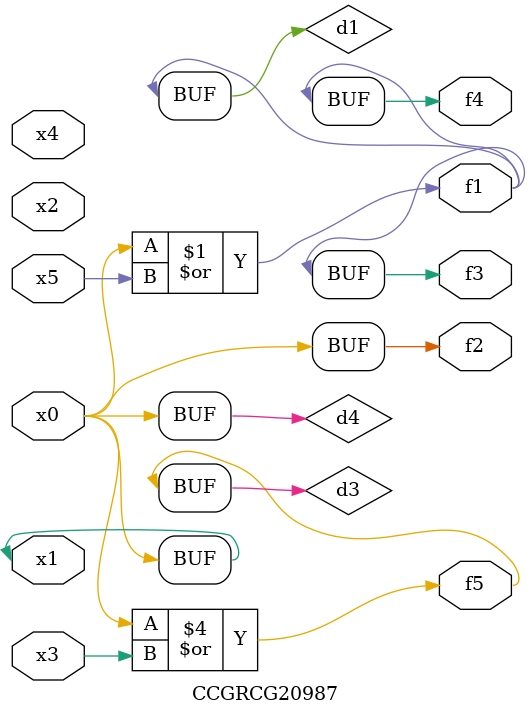
<source format=v>
module CCGRCG20987(
	input x0, x1, x2, x3, x4, x5,
	output f1, f2, f3, f4, f5
);

	wire d1, d2, d3, d4;

	or (d1, x0, x5);
	xnor (d2, x1, x4);
	or (d3, x0, x3);
	buf (d4, x0, x1);
	assign f1 = d1;
	assign f2 = d4;
	assign f3 = d1;
	assign f4 = d1;
	assign f5 = d3;
endmodule

</source>
